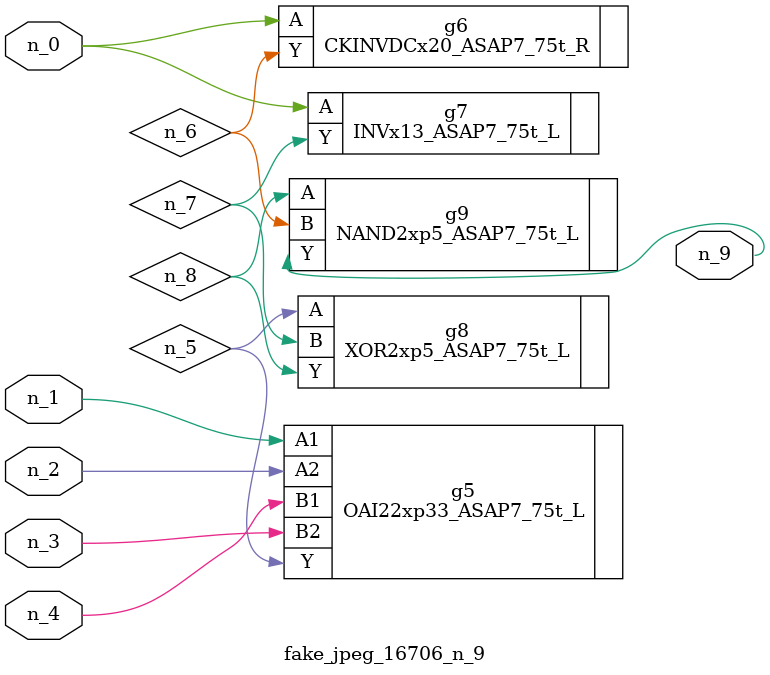
<source format=v>
module fake_jpeg_16706_n_9 (n_3, n_2, n_1, n_0, n_4, n_9);

input n_3;
input n_2;
input n_1;
input n_0;
input n_4;

output n_9;

wire n_8;
wire n_6;
wire n_5;
wire n_7;

OAI22xp33_ASAP7_75t_L g5 ( 
.A1(n_1),
.A2(n_2),
.B1(n_4),
.B2(n_3),
.Y(n_5)
);

CKINVDCx20_ASAP7_75t_R g6 ( 
.A(n_0),
.Y(n_6)
);

INVx13_ASAP7_75t_L g7 ( 
.A(n_0),
.Y(n_7)
);

XOR2xp5_ASAP7_75t_L g8 ( 
.A(n_5),
.B(n_7),
.Y(n_8)
);

NAND2xp5_ASAP7_75t_L g9 ( 
.A(n_8),
.B(n_6),
.Y(n_9)
);


endmodule
</source>
